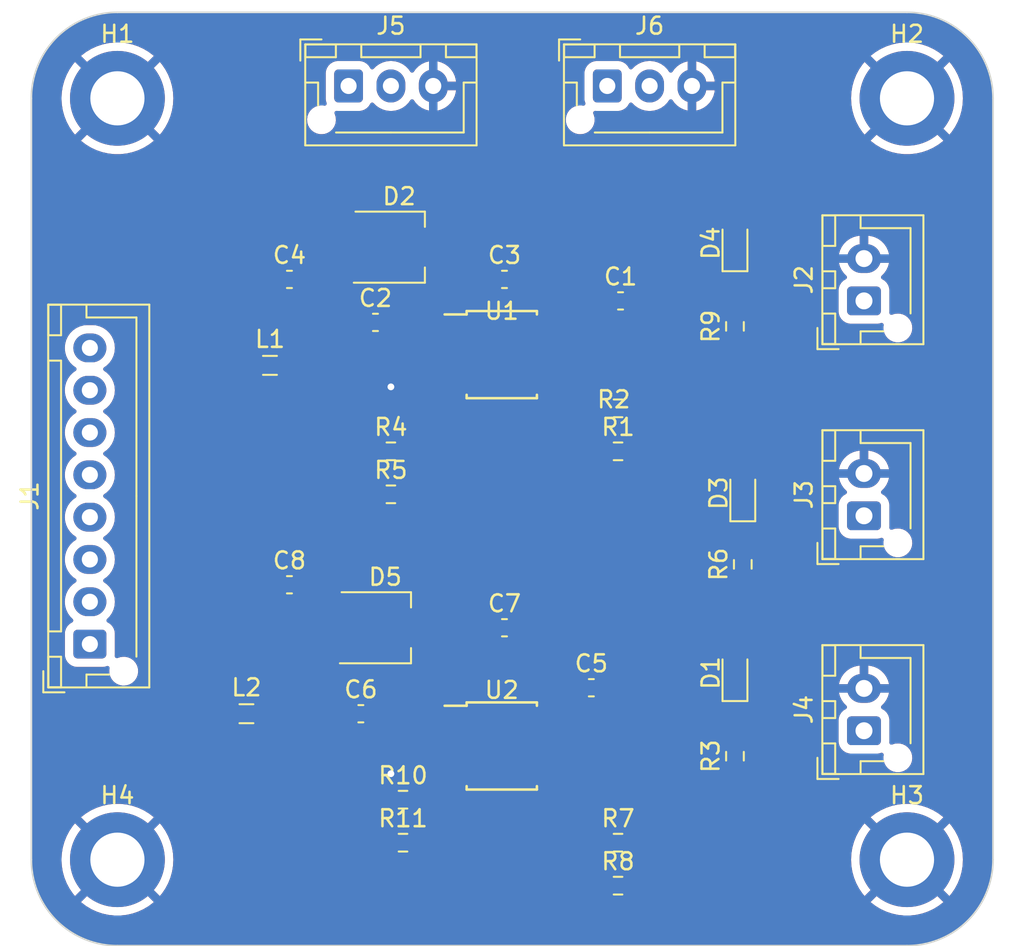
<source format=kicad_pcb>
(kicad_pcb (version 20221018) (generator pcbnew)
  (layers (0 "F.Cu" signal) (31 "B.Cu" signal) (34 "B.Paste" user) (35 "F.Paste" user) (36 "B.SilkS" user "B.Silkscreen") (37 "F.SilkS" user "F.Silkscreen") (38 "B.Mask" user) (39 "F.Mask" user) (44 "Edge.Cuts" user))
  (net 0 "")
  (net 1 "Batterie 11.1 V")
  (net 2 "GND")
  (net 3 "Net-(U1-VD)")
  (net 4 "Net-(D1-K)")
  (net 5 "Net-(U1-BST)")
  (net 6 "+3.3V")
  (net 7 "Net-(U2-VD)")
  (net 8 "Net-(D2-K)")
  (net 9 "Net-(U2-BST)")
  (net 10 "7.4V")
  (net 11 "Net-(D3-K)")
  (net 12 "Net-(D4-K)")
  (net 13 "Net-(D5-K)")
  (net 14 "11.1V")
  (net 15 "Net-(U1-ON{slash}~{OFF})")
  (net 16 "Net-(U1-FB)")
  (net 17 "Net-(U2-ON{slash}~{OFF})")
  (net 18 "Net-(U2-FB)")
  (net 27 "VCC")
  (footprint "Connector_JST:JST_XH_B3B-XH-AM_1x03_P2.50mm_Vertical" (layer "F.Cu") (at 36.5125 27.21)
    (fp_text reference "J5" (at 2.5 -3.55) (layer "F.SilkS"))
    (fp_text value "Conn_01x03")
    (fp_line (start -2.85 -2.75) (end -2.85 -1.5) (stroke (width 0.12)) (layer "F.SilkS"))
    (fp_line (start -2.56 -2.46) (end -2.56 3.51) (stroke (width 0.12)) (layer "F.SilkS"))
    (fp_line (start -2.56 3.51) (end 7.56 3.51) (stroke (width 0.12)) (layer "F.SilkS"))
    (fp_line (start -2.55 -2.45) (end -2.55 -1.7) (stroke (width 0.12)) (layer "F.SilkS"))
    (fp_line (start -2.55 -1.7) (end -0.75 -1.7) (stroke (width 0.12)) (layer "F.SilkS"))
    (fp_line (start -2.55 -0.2) (end -1.8 -0.2) (stroke (width 0.12)) (layer "F.SilkS"))
    (fp_line (start -1.8 -0.2) (end -1.8 1.14) (stroke (width 0.12)) (layer "F.SilkS"))
    (fp_line (start -1.6 -2.75) (end -2.85 -2.75) (stroke (width 0.12)) (layer "F.SilkS"))
    (fp_line (start -0.75 -2.45) (end -2.55 -2.45) (stroke (width 0.12)) (layer "F.SilkS"))
    (fp_line (start -0.75 -1.7) (end -0.75 -2.45) (stroke (width 0.12)) (layer "F.SilkS"))
    (fp_line (start 0.75 -2.45) (end 0.75 -1.7) (stroke (width 0.12)) (layer "F.SilkS"))
    (fp_line (start 0.75 -1.7) (end 4.25 -1.7) (stroke (width 0.12)) (layer "F.SilkS"))
    (fp_line (start 2.5 2.75) (end -0.74 2.75) (stroke (width 0.12)) (layer "F.SilkS"))
    (fp_line (start 4.25 -2.45) (end 0.75 -2.45) (stroke (width 0.12)) (layer "F.SilkS"))
    (fp_line (start 4.25 -1.7) (end 4.25 -2.45) (stroke (width 0.12)) (layer "F.SilkS"))
    (fp_line (start 5.75 -2.45) (end 5.75 -1.7) (stroke (width 0.12)) (layer "F.SilkS"))
    (fp_line (start 5.75 -1.7) (end 7.55 -1.7) (stroke (width 0.12)) (layer "F.SilkS"))
    (fp_line (start 6.8 -0.2) (end 6.8 2.75) (stroke (width 0.12)) (layer "F.SilkS"))
    (fp_line (start 6.8 2.75) (end 2.5 2.75) (stroke (width 0.12)) (layer "F.SilkS"))
    (fp_line (start 7.55 -2.45) (end 5.75 -2.45) (stroke (width 0.12)) (layer "F.SilkS"))
    (fp_line (start 7.55 -1.7) (end 7.55 -2.45) (stroke (width 0.12)) (layer "F.SilkS"))
    (fp_line (start 7.55 -0.2) (end 6.8 -0.2) (stroke (width 0.12)) (layer "F.SilkS"))
    (fp_line (start 7.56 -2.46) (end -2.56 -2.46) (stroke (width 0.12)) (layer "F.SilkS"))
    (fp_line (start 7.56 3.51) (end 7.56 -2.46) (stroke (width 0.12)) (layer "F.SilkS"))
    (pad "" np_thru_hole circle (at -1.6 2) (size 1.2 1.2) (drill 1.2) (layers "*.Cu" "*.Mask"))
    (pad "1" thru_hole roundrect (at 0 0) (size 1.7 1.95) (drill 0.95) (layers "*.Cu" "*.Mask") (roundrect_rratio 0.147059))
    (pad "2" thru_hole oval (at 2.5 0) (size 1.7 1.95) (drill 0.95) (layers "*.Cu" "*.Mask"))
    (pad "3" thru_hole oval (at 5 0) (size 1.7 1.95) (drill 0.95) (layers "*.Cu" "*.Mask") (net 2 "GND"))
  )
  (footprint "Capacitor_SMD:C_0603_1608Metric_Pad1.08x0.95mm_HandSolder" (layer "F.Cu") (at 50.85 62.77)
    (fp_text reference "C5" (at 0 -1.43) (layer "F.SilkS"))
    (fp_text value "47µF")
    (fp_line (start -0.146267 -0.51) (end 0.146267 -0.51) (stroke (width 0.12)) (layer "F.SilkS"))
    (fp_line (start -0.146267 0.51) (end 0.146267 0.51) (stroke (width 0.12)) (layer "F.SilkS"))
    (pad "1" smd roundrect (at -0.8625 0) (size 1.075 0.95) (layers "F.Cu" "F.Paste" "F.Mask") (net 1 "Batterie 11.1 V"))
    (pad "2" smd roundrect (at 0.8625 0) (size 1.075 0.95) (layers "F.Cu" "F.Paste" "F.Mask") (net 2 "GND"))
  )
  (footprint "Package_SO:Diodes_PSOP-8" (layer "F.Cu") (at 45.56 66.21)
    (fp_text reference "U2" (at 0 -3.3) (layer "F.SilkS"))
    (fp_text value "MAX5033DUSA+")
    (fp_line (start -2.075 -2.575) (end -2.075 -2.375) (stroke (width 0.15)) (layer "F.SilkS"))
    (fp_line (start -2.075 -2.575) (end 2.075 -2.575) (stroke (width 0.15)) (layer "F.SilkS"))
    (fp_line (start -2.075 -2.375) (end -3.375 -2.375) (stroke (width 0.15)) (layer "F.SilkS"))
    (fp_line (start -2.075 2.575) (end -2.075 2.375) (stroke (width 0.15)) (layer "F.SilkS"))
    (fp_line (start -2.075 2.575) (end 2.075 2.575) (stroke (width 0.15)) (layer "F.SilkS"))
    (fp_line (start 2.075 -2.575) (end 2.075 -2.375) (stroke (width 0.15)) (layer "F.SilkS"))
    (fp_line (start 2.075 2.575) (end 2.075 2.375) (stroke (width 0.15)) (layer "F.SilkS"))
    (pad "1" smd rect (at -2.7 -1.905) (size 1.5 0.65) (layers "F.Cu" "F.Paste" "F.Mask") (net 9 "Net-(U2-BST)"))
    (pad "2" smd rect (at -2.7 -0.635) (size 1.5 0.65) (layers "F.Cu" "F.Paste" "F.Mask") (net 7 "Net-(U2-VD)"))
    (pad "3" smd rect (at -2.7 0.635) (size 1.5 0.65) (layers "F.Cu" "F.Paste" "F.Mask") (net 2 "GND"))
    (pad "4" smd rect (at -2.7 1.905) (size 1.5 0.65) (layers "F.Cu" "F.Paste" "F.Mask") (net 18 "Net-(U2-FB)"))
    (pad "5" smd rect (at 2.7 1.905) (size 1.5 0.65) (layers "F.Cu" "F.Paste" "F.Mask") (net 17 "Net-(U2-ON{slash}~{OFF})"))
    (pad "6" smd rect (at 2.7 0.635) (size 1.5 0.65) (layers "F.Cu" "F.Paste" "F.Mask") (net 2 "GND"))
    (pad "7" smd rect (at 2.7 -0.635) (size 1.5 0.65) (layers "F.Cu" "F.Paste" "F.Mask") (net 1 "Batterie 11.1 V"))
    (pad "8" smd rect (at 2.7 -1.905) (size 1.5 0.65) (layers "F.Cu" "F.Paste" "F.Mask") (net 13 "Net-(D5-K)"))
    (pad "9" smd rect (at -0.675 -0.9) (size 1.35 1.8) (layers "F.Cu" "F.Paste" "F.Mask"))
    (pad "9" smd rect (at -0.675 0.9) (size 1.35 1.8) (layers "F.Cu" "F.Paste" "F.Mask"))
    (pad "9" smd rect (at 0.675 -0.9) (size 1.35 1.8) (layers "F.Cu" "F.Paste" "F.Mask"))
    (pad "9" smd rect (at 0.675 0.9) (size 1.35 1.8) (layers "F.Cu" "F.Paste" "F.Mask"))
  )
  (footprint "Resistor_SMD:R_0603_1608Metric_Pad0.98x0.95mm_HandSolder" (layer "F.Cu") (at 39.7275 69.385)
    (fp_text reference "R10" (at 0 -1.43) (layer "F.SilkS"))
    (fp_text value "68k")
    (fp_line (start -0.254724 -0.5225) (end 0.254724 -0.5225) (stroke (width 0.12)) (layer "F.SilkS"))
    (fp_line (start -0.254724 0.5225) (end 0.254724 0.5225) (stroke (width 0.12)) (layer "F.SilkS"))
    (pad "1" smd roundrect (at -0.9125 0) (size 0.975 0.95) (layers "F.Cu" "F.Paste" "F.Mask") (net 18 "Net-(U2-FB)"))
    (pad "2" smd roundrect (at 0.9125 0) (size 0.975 0.95) (layers "F.Cu" "F.Paste" "F.Mask") (net 13 "Net-(D5-K)"))
  )
  (footprint "MountingHole:MountingHole_3.2mm_M3_DIN965_Pad" (layer "F.Cu") (at 22.86 72.93)
    (fp_text reference "H4" (at 0 -3.8) (layer "F.SilkS"))
    (fp_text value "MountingHole_Pad")
    (pad "1" thru_hole circle (at 0 0) (size 5.6 5.6) (drill 3.2) (layers "*.Cu" "*.Mask") (net 2 "GND"))
  )
  (footprint "Capacitor_SMD:C_0603_1608Metric_Pad1.08x0.95mm_HandSolder" (layer "F.Cu") (at 45.72 38.64)
    (fp_text reference "C3" (at 0 -1.43) (layer "F.SilkS"))
    (fp_text value "0.1µF")
    (fp_line (start -0.146267 -0.51) (end 0.146267 -0.51) (stroke (width 0.12)) (layer "F.SilkS"))
    (fp_line (start -0.146267 0.51) (end 0.146267 0.51) (stroke (width 0.12)) (layer "F.SilkS"))
    (pad "1" smd roundrect (at -0.8625 0) (size 1.075 0.95) (layers "F.Cu" "F.Paste" "F.Mask") (net 8 "Net-(D2-K)"))
    (pad "2" smd roundrect (at 0.8625 0) (size 1.075 0.95) (layers "F.Cu" "F.Paste" "F.Mask") (net 5 "Net-(U1-BST)"))
  )
  (footprint "MountingHole:MountingHole_3.2mm_M3_DIN965_Pad" (layer "F.Cu") (at 69.4925 72.93)
    (fp_text reference "H3" (at 0 -3.8) (layer "F.SilkS"))
    (fp_text value "MountingHole_Pad")
    (pad "1" thru_hole circle (at 0 0) (size 5.6 5.6) (drill 3.2) (layers "*.Cu" "*.Mask") (net 2 "GND"))
  )
  (footprint "Capacitor_SMD:C_0603_1608Metric_Pad1.08x0.95mm_HandSolder" (layer "F.Cu") (at 52.575 39.91)
    (fp_text reference "C1" (at 0 -1.43) (layer "F.SilkS"))
    (fp_text value "47µF")
    (fp_line (start -0.146267 -0.51) (end 0.146267 -0.51) (stroke (width 0.12)) (layer "F.SilkS"))
    (fp_line (start -0.146267 0.51) (end 0.146267 0.51) (stroke (width 0.12)) (layer "F.SilkS"))
    (pad "1" smd roundrect (at -0.8625 0) (size 1.075 0.95) (layers "F.Cu" "F.Paste" "F.Mask") (net 1 "Batterie 11.1 V"))
    (pad "2" smd roundrect (at 0.8625 0) (size 1.075 0.95) (layers "F.Cu" "F.Paste" "F.Mask") (net 2 "GND"))
  )
  (footprint "Diode_SMD:Littelfuse_PolyZen-LS" (layer "F.Cu") (at 38.92 36.735)
    (fp_text reference "D2" (at 0.58 -3) (layer "F.SilkS"))
    (fp_text value "D_Zener")
    (fp_line (start 2.1 -2.1) (end -2 -2.1) (stroke (width 0.12)) (layer "F.SilkS"))
    (fp_line (start 2.1 -2.1) (end 2.1 -1.2) (stroke (width 0.12)) (layer "F.SilkS"))
    (fp_line (start 2.1 2.1) (end -2.1 2.1) (stroke (width 0.12)) (layer "F.SilkS"))
    (fp_line (start 2.1 2.1) (end 2.1 1.2) (stroke (width 0.12)) (layer "F.SilkS"))
    (pad "1" smd rect (at -1.72 0) (size 0.56 2.21) (layers "F.Cu" "F.Paste" "F.Mask") (net 8 "Net-(D2-K)"))
    (pad "2" smd rect (at 1.72 -0.635) (size 0.56 0.94) (layers "F.Cu" "F.Paste" "F.Mask") (net 2 "GND"))
    (pad "3" smd rect (at 1.72 0.635) (size 0.56 0.94) (layers "F.Cu" "F.Paste" "F.Mask"))
  )
  (footprint "Resistor_SMD:R_0603_1608Metric_Pad0.98x0.95mm_HandSolder" (layer "F.Cu") (at 59.3325 66.815 90)
    (fp_text reference "R3" (at 0 -1.43 90) (layer "F.SilkS"))
    (fp_text value "1k")
    (fp_line (start -0.254724 -0.5225) (end 0.254724 -0.5225) (stroke (width 0.12)) (layer "F.SilkS"))
    (fp_line (start -0.254724 0.5225) (end 0.254724 0.5225) (stroke (width 0.12)) (layer "F.SilkS"))
    (pad "1" smd roundrect (at -0.9125 0 90) (size 0.975 0.95) (layers "F.Cu" "F.Paste" "F.Mask") (net 4 "Net-(D1-K)"))
    (pad "2" smd roundrect (at 0.9125 0 90) (size 0.975 0.95) (layers "F.Cu" "F.Paste" "F.Mask") (net 2 "GND"))
  )
  (footprint "LED_SMD:LED_0603_1608Metric_Pad1.05x0.95mm_HandSolder" (layer "F.Cu") (at 59.3325 61.895 90)
    (fp_text reference "D1" (at 0 -1.43 90) (layer "F.SilkS"))
    (fp_text value "LED")
    (fp_line (start -1.66 -0.735) (end -1.66 0.735) (stroke (width 0.12)) (layer "F.SilkS"))
    (fp_line (start -1.66 0.735) (end 0.8 0.735) (stroke (width 0.12)) (layer "F.SilkS"))
    (fp_line (start 0.8 -0.735) (end -1.66 -0.735) (stroke (width 0.12)) (layer "F.SilkS"))
    (pad "1" smd roundrect (at -0.875 0 90) (size 1.05 0.95) (layers "F.Cu" "F.Paste" "F.Mask") (net 4 "Net-(D1-K)"))
    (pad "2" smd roundrect (at 0.875 0 90) (size 1.05 0.95) (layers "F.Cu" "F.Paste" "F.Mask") (net 6 "+3.3V"))
  )
  (footprint "Capacitor_SMD:C_0603_1608Metric_Pad1.08x0.95mm_HandSolder" (layer "F.Cu") (at 37.2375 64.305)
    (fp_text reference "C6" (at 0 -1.43) (layer "F.SilkS"))
    (fp_text value "0.1µF")
    (fp_line (start -0.146267 -0.51) (end 0.146267 -0.51) (stroke (width 0.12)) (layer "F.SilkS"))
    (fp_line (start -0.146267 0.51) (end 0.146267 0.51) (stroke (width 0.12)) (layer "F.SilkS"))
    (pad "1" smd roundrect (at -0.8625 0) (size 1.075 0.95) (layers "F.Cu" "F.Paste" "F.Mask") (net 7 "Net-(U2-VD)"))
    (pad "2" smd roundrect (at 0.8625 0) (size 1.075 0.95) (layers "F.Cu" "F.Paste" "F.Mask") (net 2 "GND"))
  )
  (footprint "Package_SO:Diodes_PSOP-8" (layer "F.Cu") (at 45.56 43.085)
    (fp_text reference "U1" (at 0 -2.575) (layer "F.SilkS"))
    (fp_text value "MAX5033DUSA+")
    (fp_line (start -2.075 -2.575) (end -2.075 -2.375) (stroke (width 0.15)) (layer "F.SilkS"))
    (fp_line (start -2.075 -2.575) (end 2.075 -2.575) (stroke (width 0.15)) (layer "F.SilkS"))
    (fp_line (start -2.075 -2.375) (end -3.375 -2.375) (stroke (width 0.15)) (layer "F.SilkS"))
    (fp_line (start -2.075 2.575) (end -2.075 2.375) (stroke (width 0.15)) (layer "F.SilkS"))
    (fp_line (start -2.075 2.575) (end 2.075 2.575) (stroke (width 0.15)) (layer "F.SilkS"))
    (fp_line (start 2.075 -2.575) (end 2.075 -2.375) (stroke (width 0.15)) (layer "F.SilkS"))
    (fp_line (start 2.075 2.575) (end 2.075 2.375) (stroke (width 0.15)) (layer "F.SilkS"))
    (pad "1" smd rect (at -2.7 -1.905) (size 1.5 0.65) (layers "F.Cu" "F.Paste" "F.Mask") (net 5 "Net-(U1-BST)"))
    (pad "2" smd rect (at -2.7 -0.635) (size 1.5 0.65) (layers "F.Cu" "F.Paste" "F.Mask") (net 3 "Net-(U1-VD)"))
    (pad "3" smd rect (at -2.7 0.635) (size 1.5 0.65) (layers "F.Cu" "F.Paste" "F.Mask") (net 2 "GND"))
    (pad "4" smd rect (at -2.7 1.905) (size 1.5 0.65) (layers "F.Cu" "F.Paste" "F.Mask") (net 16 "Net-(U1-FB)"))
    (pad "5" smd rect (at 2.7 1.905) (size 1.5 0.65) (layers "F.Cu" "F.Paste" "F.Mask") (net 15 "Net-(U1-ON{slash}~{OFF})"))
    (pad "6" smd rect (at 2.7 0.635) (size 1.5 0.65) (layers "F.Cu" "F.Paste" "F.Mask") (net 2 "GND"))
    (pad "7" smd rect (at 2.7 -0.635) (size 1.5 0.65) (layers "F.Cu" "F.Paste" "F.Mask") (net 1 "Batterie 11.1 V"))
    (pad "8" smd rect (at 2.7 -1.905) (size 1.5 0.65) (layers "F.Cu" "F.Paste" "F.Mask") (net 8 "Net-(D2-K)"))
    (pad "9" smd rect (at -0.675 -0.9) (size 1.35 1.8) (layers "F.Cu" "F.Paste" "F.Mask"))
    (pad "9" smd rect (at -0.675 0.9) (size 1.35 1.8) (layers "F.Cu" "F.Paste" "F.Mask"))
    (pad "9" smd rect (at 0.675 -0.9) (size 1.35 1.8) (layers "F.Cu" "F.Paste" "F.Mask"))
    (pad "9" smd rect (at 0.675 0.9) (size 1.35 1.8) (layers "F.Cu" "F.Paste" "F.Mask"))
  )
  (footprint "Resistor_SMD:R_0603_1608Metric_Pad0.98x0.95mm_HandSolder" (layer "F.Cu") (at 52.4275 71.925)
    (fp_text reference "R7" (at 0 -1.43) (layer "F.SilkS"))
    (fp_text value "R_Small")
    (fp_line (start -0.254724 -0.5225) (end 0.254724 -0.5225) (stroke (width 0.12)) (layer "F.SilkS"))
    (fp_line (start -0.254724 0.5225) (end 0.254724 0.5225) (stroke (width 0.12)) (layer "F.SilkS"))
    (pad "1" smd roundrect (at -0.9125 0) (size 0.975 0.95) (layers "F.Cu" "F.Paste" "F.Mask") (net 1 "Batterie 11.1 V"))
    (pad "2" smd roundrect (at 0.9125 0) (size 0.975 0.95) (layers "F.Cu" "F.Paste" "F.Mask") (net 17 "Net-(U2-ON{slash}~{OFF})"))
  )
  (footprint "Resistor_SMD:R_0603_1608Metric_Pad0.98x0.95mm_HandSolder" (layer "F.Cu") (at 52.4275 48.8)
    (fp_text reference "R1" (at 0 -1.43) (layer "F.SilkS"))
    (fp_text value "R_Small")
    (fp_line (start -0.254724 -0.5225) (end 0.254724 -0.5225) (stroke (width 0.12)) (layer "F.SilkS"))
    (fp_line (start -0.254724 0.5225) (end 0.254724 0.5225) (stroke (width 0.12)) (layer "F.SilkS"))
    (pad "1" smd roundrect (at -0.9125 0) (size 0.975 0.95) (layers "F.Cu" "F.Paste" "F.Mask") (net 1 "Batterie 11.1 V"))
    (pad "2" smd roundrect (at 0.9125 0) (size 0.975 0.95) (layers "F.Cu" "F.Paste" "F.Mask") (net 15 "Net-(U1-ON{slash}~{OFF})"))
  )
  (footprint "MountingHole:MountingHole_3.2mm_M3_DIN965_Pad" (layer "F.Cu") (at 22.86 27.94)
    (fp_text reference "H1" (at 0 -3.8) (layer "F.SilkS"))
    (fp_text value "MountingHole_Pad")
    (pad "1" thru_hole circle (at 0 0) (size 5.6 5.6) (drill 3.2) (layers "*.Cu" "*.Mask") (net 2 "GND"))
  )
  (footprint "Capacitor_SMD:C_0603_1608Metric_Pad1.08x0.95mm_HandSolder" (layer "F.Cu") (at 33.02 38.64)
    (fp_text reference "C4" (at 0 -1.43) (layer "F.SilkS"))
    (fp_text value "33µF")
    (fp_line (start -0.146267 -0.51) (end 0.146267 -0.51) (stroke (width 0.12)) (layer "F.SilkS"))
    (fp_line (start -0.146267 0.51) (end 0.146267 0.51) (stroke (width 0.12)) (layer "F.SilkS"))
    (pad "1" smd roundrect (at -0.8625 0) (size 1.075 0.95) (layers "F.Cu" "F.Paste" "F.Mask") (net 6 "+3.3V"))
    (pad "2" smd roundrect (at 0.8625 0) (size 1.075 0.95) (layers "F.Cu" "F.Paste" "F.Mask") (net 2 "GND"))
  )
  (footprint "Capacitor_SMD:C_0603_1608Metric_Pad1.08x0.95mm_HandSolder" (layer "F.Cu") (at 38.1 41.18)
    (fp_text reference "C2" (at 0 -1.43) (layer "F.SilkS"))
    (fp_text value "0.1µF")
    (fp_line (start -0.146267 -0.51) (end 0.146267 -0.51) (stroke (width 0.12)) (layer "F.SilkS"))
    (fp_line (start -0.146267 0.51) (end 0.146267 0.51) (stroke (width 0.12)) (layer "F.SilkS"))
    (pad "1" smd roundrect (at -0.8625 0) (size 1.075 0.95) (layers "F.Cu" "F.Paste" "F.Mask") (net 3 "Net-(U1-VD)"))
    (pad "2" smd roundrect (at 0.8625 0) (size 1.075 0.95) (layers "F.Cu" "F.Paste" "F.Mask") (net 2 "GND"))
  )
  (footprint "Resistor_SMD:R_0603_1608Metric_Pad0.98x0.95mm_HandSolder" (layer "F.Cu") (at 39.7275 71.925)
    (fp_text reference "R11" (at 0 -1.43) (layer "F.SilkS"))
    (fp_text value "12k")
    (fp_line (start -0.254724 -0.5225) (end 0.254724 -0.5225) (stroke (width 0.12)) (layer "F.SilkS"))
    (fp_line (start -0.254724 0.5225) (end 0.254724 0.5225) (stroke (width 0.12)) (layer "F.SilkS"))
    (pad "1" smd roundrect (at -0.9125 0) (size 0.975 0.95) (layers "F.Cu" "F.Paste" "F.Mask") (net 2 "GND"))
    (pad "2" smd roundrect (at 0.9125 0) (size 0.975 0.95) (layers "F.Cu" "F.Paste" "F.Mask") (net 18 "Net-(U2-FB)"))
  )
  (footprint "Capacitor_SMD:C_0603_1608Metric_Pad1.08x0.95mm_HandSolder" (layer "F.Cu") (at 45.72 59.225)
    (fp_text reference "C7" (at 0 -1.43) (layer "F.SilkS"))
    (fp_text value "0.1µF")
    (fp_line (start -0.146267 -0.51) (end 0.146267 -0.51) (stroke (width 0.12)) (layer "F.SilkS"))
    (fp_line (start -0.146267 0.51) (end 0.146267 0.51) (stroke (width 0.12)) (layer "F.SilkS"))
    (pad "1" smd roundrect (at -0.8625 0) (size 1.075 0.95) (layers "F.Cu" "F.Paste" "F.Mask") (net 13 "Net-(D5-K)"))
    (pad "2" smd roundrect (at 0.8625 0) (size 1.075 0.95) (layers "F.Cu" "F.Paste" "F.Mask") (net 9 "Net-(U2-BST)"))
  )
  (footprint "LED_SMD:LED_0603_1608Metric_Pad1.05x0.95mm_HandSolder" (layer "F.Cu") (at 59.795 51.2725 90)
    (fp_text reference "D3" (at 0 -1.43 90) (layer "F.SilkS"))
    (fp_text value "LED")
    (fp_line (start -1.66 -0.735) (end -1.66 0.735) (stroke (width 0.12)) (layer "F.SilkS"))
    (fp_line (start -1.66 0.735) (end 0.8 0.735) (stroke (width 0.12)) (layer "F.SilkS"))
    (fp_line (start 0.8 -0.735) (end -1.66 -0.735) (stroke (width 0.12)) (layer "F.SilkS"))
    (pad "1" smd roundrect (at -0.875 0 90) (size 1.05 0.95) (layers "F.Cu" "F.Paste" "F.Mask") (net 11 "Net-(D3-K)"))
    (pad "2" smd roundrect (at 0.875 0 90) (size 1.05 0.95) (layers "F.Cu" "F.Paste" "F.Mask") (net 10 "7.4V"))
  )
  (footprint "Connector_JST:JST_XH_B3B-XH-AM_1x03_P2.50mm_Vertical" (layer "F.Cu") (at 51.7925 27.21)
    (fp_text reference "J6" (at 2.5 -3.55) (layer "F.SilkS"))
    (fp_text value "Conn_01x03")
    (fp_line (start -2.85 -2.75) (end -2.85 -1.5) (stroke (width 0.12)) (layer "F.SilkS"))
    (fp_line (start -2.56 -2.46) (end -2.56 3.51) (stroke (width 0.12)) (layer "F.SilkS"))
    (fp_line (start -2.56 3.51) (end 7.56 3.51) (stroke (width 0.12)) (layer "F.SilkS"))
    (fp_line (start -2.55 -2.45) (end -2.55 -1.7) (stroke (width 0.12)) (layer "F.SilkS"))
    (fp_line (start -2.55 -1.7) (end -0.75 -1.7) (stroke (width 0.12)) (layer "F.SilkS"))
    (fp_line (start -2.55 -0.2) (end -1.8 -0.2) (stroke (width 0.12)) (layer "F.SilkS"))
    (fp_line (start -1.8 -0.2) (end -1.8 1.14) (stroke (width 0.12)) (layer "F.SilkS"))
    (fp_line (start -1.6 -2.75) (end -2.85 -2.75) (stroke (width 0.12)) (layer "F.SilkS"))
    (fp_line (start -0.75 -2.45) (end -2.55 -2.45) (stroke (width 0.12)) (layer "F.SilkS"))
    (fp_line (start -0.75 -1.7) (end -0.75 -2.45) (stroke (width 0.12)) (layer "F.SilkS"))
    (fp_line (start 0.75 -2.45) (end 0.75 -1.7) (stroke (width 0.12)) (layer "F.SilkS"))
    (fp_line (start 0.75 -1.7) (end 4.25 -1.7) (stroke (width 0.12)) (layer "F.SilkS"))
    (fp_line (start 2.5 2.75) (end -0.74 2.75) (stroke (width 0.12)) (layer "F.SilkS"))
    (fp_line (start 4.25 -2.45) (end 0.75 -2.45) (stroke (width 0.12)) (layer "F.SilkS"))
    (fp_line (start 4.25 -1.7) (end 4.25 -2.45) (stroke (width 0.12)) (layer "F.SilkS"))
    (fp_line (start 5.75 -2.45) (end 5.75 -1.7) (stroke (width 0.12)) (layer "F.SilkS"))
    (fp_line (start 5.75 -1.7) (end 7.55 -1.7) (stroke (width 0.12)) (layer "F.SilkS"))
    (fp_line (start 6.8 -0.2) (end 6.8 2.75) (stroke (width 0.12)) (layer "F.SilkS"))
    (fp_line (start 6.8 2.75) (end 2.5 2.75) (stroke (width 0.12)) (layer "F.SilkS"))
    (fp_line (start 7.55 -2.45) (end 5.75 -2.45) (stroke (width 0.12)) (layer "F.SilkS"))
    (fp_line (start 7.55 -1.7) (end 7.55 -2.45) (stroke (width 0.12)) (layer "F.SilkS"))
    (fp_line (start 7.55 -0.2) (end 6.8 -0.2) (stroke (width 0.12)) (layer "F.SilkS"))
    (fp_line (start 7.56 -2.46) (end -2.56 -2.46) (stroke (width 0.12)) (layer "F.SilkS"))
    (fp_line (start 7.56 3.51) (end 7.56 -2.46) (stroke (width 0.12)) (layer "F.SilkS"))
    (pad "" np_thru_hole circle (at -1.6 2) (size 1.2 1.2) (drill 1.2) (layers "*.Cu" "*.Mask"))
    (pad "1" thru_hole roundrect (at 0 0) (size 1.7 1.95) (drill 0.95) (layers "*.Cu" "*.Mask") (roundrect_rratio 0.147059))
    (pad "2" thru_hole oval (at 2.5 0) (size 1.7 1.95) (drill 0.95) (layers "*.Cu" "*.Mask"))
    (pad "3" thru_hole oval (at 5 0) (size 1.7 1.95) (drill 0.95) (layers "*.Cu" "*.Mask") (net 2 "GND"))
  )
  (footprint "Connector_JST:JST_XH_B8B-XH-AM_1x08_P2.50mm_Vertical" (layer "F.Cu") (at 21.2325 60.19 90)
    (fp_text reference "J1" (at 8.75 -3.55 90) (layer "F.SilkS"))
    (fp_text value "Conn_01x08")
    (fp_line (start -2.85 -2.75) (end -2.85 -1.5) (stroke (width 0.12)) (layer "F.SilkS"))
    (fp_line (start -2.56 -2.46) (end -2.56 3.51) (stroke (width 0.12)) (layer "F.SilkS"))
    (fp_line (start -2.56 3.51) (end 20.06 3.51) (stroke (width 0.12)) (layer "F.SilkS"))
    (fp_line (start -2.55 -2.45) (end -2.55 -1.7) (stroke (width 0.12)) (layer "F.SilkS"))
    (fp_line (start -2.55 -1.7) (end -0.75 -1.7) (stroke (width 0.12)) (layer "F.SilkS"))
    (fp_line (start -2.55 -0.2) (end -1.8 -0.2) (stroke (width 0.12)) (layer "F.SilkS"))
    (fp_line (start -1.8 -0.2) (end -1.8 1.14) (stroke (width 0.12)) (layer "F.SilkS"))
    (fp_line (start -1.6 -2.75) (end -2.85 -2.75) (stroke (width 0.12)) (layer "F.SilkS"))
    (fp_line (start -0.75 -2.45) (end -2.55 -2.45) (stroke (width 0.12)) (layer "F.SilkS"))
    (fp_line (start -0.75 -1.7) (end -0.75 -2.45) (stroke (width 0.12)) (layer "F.SilkS"))
    (fp_line (start 0.75 -2.45) (end 0.75 -1.7) (stroke (width 0.12)) (layer "F.SilkS"))
    (fp_line (start 0.75 -1.7) (end 16.75 -1.7) (stroke (width 0.12)) (layer "F.SilkS"))
    (fp_line (start 8.75 2.75) (end -0.74 2.75) (stroke (width 0.12)) (layer "F.SilkS"))
    (fp_line (start 16.75 -2.45) (end 0.75 -2.45) (stroke (width 0.12)) (layer "F.SilkS"))
    (fp_line (start 16.75 -1.7) (end 16.75 -2.45) (stroke (width 0.12)) (layer "F.SilkS"))
    (fp_line (start 18.25 -2.45) (end 18.25 -1.7) (stroke (width 0.12)) (layer "F.SilkS"))
    (fp_line (start 18.25 -1.7) (end 20.05 -1.7) (stroke (width 0.12)) (layer "F.SilkS"))
    (fp_line (start 19.3 -0.2) (end 19.3 2.75) (stroke (width 0.12)) (layer "F.SilkS"))
    (fp_line (start 19.3 2.75) (end 8.75 2.75) (stroke (width 0.12)) (layer "F.SilkS"))
    (fp_line (start 20.05 -2.45) (end 18.25 -2.45) (stroke (width 0.12)) (layer "F.SilkS"))
    (fp_line (start 20.05 -1.7) (end 20.05 -2.45) (stroke (width 0.12)) (layer "F.SilkS"))
    (fp_line (start 20.05 -0.2) (end 19.3 -0.2) (stroke (width 0.12)) (layer "F.SilkS"))
    (fp_line (start 20.06 -2.46) (end -2.56 -2.46) (stroke (width 0.12)) (layer "F.SilkS"))
    (fp_line (start 20.06 3.51) (end 20.06 -2.46) (stroke (width 0.12)) (layer "F.SilkS"))
    (pad "" np_thru_hole circle (at -1.6 2 90) (size 1.2 1.2) (drill 1.2) (layers "*.Cu" "*.Mask"))
    (pad "1" thru_hole roundrect (at 0 0 90) (size 1.7 1.95) (drill 0.95) (layers "*.Cu" "*.Mask") (roundrect_rratio 0.147059))
    (pad "2" thru_hole oval (at 2.5 0 90) (size 1.7 1.95) (drill 0.95) (layers "*.Cu" "*.Mask"))
    (pad "3" thru_hole oval (at 5 0 90) (size 1.7 1.95) (drill 0.95) (layers "*.Cu" "*.Mask"))
    (pad "4" thru_hole oval (at 7.5 0 90) (size 1.7 1.95) (drill 0.95) (layers "*.Cu" "*.Mask"))
    (pad "5" thru_hole oval (at 10 0 90) (size 1.7 1.95) (drill 0.95) (layers "*.Cu" "*.Mask"))
    (pad "6" thru_hole oval (at 12.5 0 90) (size 1.7 1.95) (drill 0.95) (layers "*.Cu" "*.Mask"))
    (pad "7" thru_hole oval (at 15 0 90) (size 1.7 1.95) (drill 0.95) (layers "*.Cu" "*.Mask"))
    (pad "8" thru_hole oval (at 17.5 0 90) (size 1.7 1.95) (drill 0.95) (layers "*.Cu" "*.Mask"))
  )
  (footprint "Connector_JST:JST_XH_B2B-XH-AM_1x02_P2.50mm_Vertical" (layer "F.Cu") (at 66.9525 39.91 90)
    (fp_text reference "J2" (at 1.25 -3.55 90) (layer "F.SilkS"))
    (fp_text value "Conn_01x02")
    (fp_line (start -2.85 -2.75) (end -2.85 -1.5) (stroke (width 0.12)) (layer "F.SilkS"))
    (fp_line (start -2.56 -2.46) (end -2.56 3.51) (stroke (width 0.12)) (layer "F.SilkS"))
    (fp_line (start -2.56 3.51) (end 5.06 3.51) (stroke (width 0.12)) (layer "F.SilkS"))
    (fp_line (start -2.55 -2.45) (end -2.55 -1.7) (stroke (width 0.12)) (layer "F.SilkS"))
    (fp_line (start -2.55 -1.7) (end -0.75 -1.7) (stroke (width 0.12)) (layer "F.SilkS"))
    (fp_line (start -2.55 -0.2) (end -1.8 -0.2) (stroke (width 0.12)) (layer "F.SilkS"))
    (fp_line (start -1.8 -0.2) (end -1.8 1.14) (stroke (width 0.12)) (layer "F.SilkS"))
    (fp_line (start -1.6 -2.75) (end -2.85 -2.75) (stroke (width 0.12)) (layer "F.SilkS"))
    (fp_line (start -0.75 -2.45) (end -2.55 -2.45) (stroke (width 0.12)) (layer "F.SilkS"))
    (fp_line (start -0.75 -1.7) (end -0.75 -2.45) (stroke (width 0.12)) (layer "F.SilkS"))
    (fp_line (start 0.75 -2.45) (end 0.75 -1.7) (stroke (width 0.12)) (layer "F.SilkS"))
    (fp_line (start 0.75 -1.7) (end 1.75 -1.7) (stroke (width 0.12)) (layer "F.SilkS"))
    (fp_line (start 1.25 2.75) (end -0.74 2.75) (stroke (width 0.12)) (layer "F.SilkS"))
    (fp_line (start 1.75 -2.45) (end 0.75 -2.45) (stroke (width 0.12)) (layer "F.SilkS"))
    (fp_line (start 1.75 -1.7) (end 1.75 -2.45) (stroke (width 0.12)) (layer "F.SilkS"))
    (fp_line (start 3.25 -2.45) (end 3.25 -1.7) (stroke (width 0.12)) (layer "F.SilkS"))
    (fp_line (start 3.25 -1.7) (end 5.05 -1.7) (stroke (width 0.12)) (layer "F.SilkS"))
    (fp_line (start 4.3 -0.2) (end 4.3 2.75) (stroke (width 0.12)) (layer "F.SilkS"))
    (fp_line (start 4.3 2.75) (end 1.25 2.75) (stroke (width 0.12)) (layer "F.SilkS"))
    (fp_line (start 5.05 -2.45) (end 3.25 -2.45) (stroke (width 0.12)) (layer "F.SilkS"))
    (fp_line (start 5.05 -1.7) (end 5.05 -2.45) (stroke (width 0.12)) (layer "F.SilkS"))
    (fp_line (start 5.05 -0.2) (end 4.3 -0.2) (stroke (width 0.12)) (layer "F.SilkS"))
    (fp_line (start 5.06 -2.46) (end -2.56 -2.46) (stroke (width 0.12)) (layer "F.SilkS"))
    (fp_line (start 5.06 3.51) (end 5.06 -2.46) (stroke (width 0.12)) (layer "F.SilkS"))
    (pad "" np_thru_hole circle (at -1.6 2 90) (size 1.2 1.2) (drill 1.2) (layers "*.Cu" "*.Mask"))
    (pad "1" thru_hole roundrect (at 0 0 90) (size 1.7 2) (drill 1) (layers "*.Cu" "*.Mask") (roundrect_rratio 0.147059) (net 27 "VCC"))
    (pad "2" thru_hole oval (at 2.5 0 90) (size 1.7 2) (drill 1) (layers "*.Cu" "*.Mask") (net 2 "GND"))
  )
  (footprint "Connector_JST:JST_XH_B2B-XH-AM_1x02_P2.50mm_Vertical" (layer "F.Cu") (at 66.9525 65.31 90)
    (fp_text reference "J4" (at 1.25 -3.55 90) (layer "F.SilkS"))
    (fp_text value "Conn_01x02")
    (fp_line (start -2.85 -2.75) (end -2.85 -1.5) (stroke (width 0.12)) (layer "F.SilkS"))
    (fp_line (start -2.56 -2.46) (end -2.56 3.51) (stroke (width 0.12)) (layer "F.SilkS"))
    (fp_line (start -2.56 3.51) (end 5.06 3.51) (stroke (width 0.12)) (layer "F.SilkS"))
    (fp_line (start -2.55 -2.45) (end -2.55 -1.7) (stroke (width 0.12)) (layer "F.SilkS"))
    (fp_line (start -2.55 -1.7) (end -0.75 -1.7) (stroke (width 0.12)) (layer "F.SilkS"))
    (fp_line (start -2.55 -0.2) (end -1.8 -0.2) (stroke (width 0.12)) (layer "F.SilkS"))
    (fp_line (start -1.8 -0.2) (end -1.8 1.14) (stroke (width 0.12)) (layer "F.SilkS"))
    (fp_line (start -1.6 -2.75) (end -2.85 -2.75) (stroke (width 0.12)) (layer "F.SilkS"))
    (fp_line (start -0.75 -2.45) (end -2.55 -2.45) (stroke (width 0.12)) (layer "F.SilkS"))
    (fp_line (start -0.75 -1.7) (end -0.75 -2.45) (stroke (width 0.12)) (layer "F.SilkS"))
    (fp_line (start 0.75 -2.45) (end 0.75 -1.7) (stroke (width 0.12)) (layer "F.SilkS"))
    (fp_line (start 0.75 -1.7) (end 1.75 -1.7) (stroke (width 0.12)) (layer "F.SilkS"))
    (fp_line (start 1.25 2.75) (end -0.74 2.75) (stroke (width 0.12)) (layer "F.SilkS"))
    (fp_line (start 1.75 -2.45) (end 0.75 -2.45) (stroke (width 0.12)) (layer "F.SilkS"))
    (fp_line (start 1.75 -1.7) (end 1.75 -2.45) (stroke (width 0.12)) (layer "F.SilkS"))
    (fp_line (start 3.25 -2.45) (end 3.25 -1.7) (stroke (width 0.12)) (layer "F.SilkS"))
    (fp_line (start 3.25 -1.7) (end 5.05 -1.7) (stroke (width 0.12)) (layer "F.SilkS"))
    (fp_line (start 4.3 -0.2) (end 4.3 2.75) (stroke (width 0.12)) (layer "F.SilkS"))
    (fp_line (start 4.3 2.75) (end 1.25 2.75) (stroke (width 0.12)) (layer "F.SilkS"))
    (fp_line (start 5.05 -2.45) (end 3.25 -2.45) (stroke (width 0.12)) (layer "F.SilkS"))
    (fp_line (start 5.05 -1.7) (end 5.05 -2.45) (stroke (width 0.12)) (layer "F.SilkS"))
    (fp_line (start 5.05 -0.2) (end 4.3 -0.2) (stroke (width 0.12)) (layer "F.SilkS"))
    (fp_line (start 5.06 -2.46) (end -2.56 -2.46) (stroke (width 0.12)) (layer "F.SilkS"))
    (fp_line (start 5.06 3.51) (end 5.06 -2.46) (stroke (width 0.12)) (layer "F.SilkS"))
    (pad "" np_thru_hole circle (at -1.6 2 90) (size 1.2 1.2) (drill 1.2) (layers "*.Cu" "*.Mask"))
    (pad "1" thru_hole roundrect (at 0 0 90) (size 1.7 2) (drill 1) (layers "*.Cu" "*.Mask") (roundrect_rratio 0.147059) (net 27 "VCC"))
    (pad "2" thru_hole oval (at 2.5 0 90) (size 1.7 2) (drill 1) (layers "*.Cu" "*.Mask") (net 2 "GND"))
  )
  (footprint "Inductor_SMD:L_0805_2012Metric_Pad1.05x1.20mm_HandSolder" (layer "F.Cu") (at 31.87 43.72)
    (fp_text reference "L1" (at 0 -1.55) (layer "F.SilkS"))
    (fp_text value "220µH")
    (fp_line (start -0.410242 -0.56) (end 0.410242 -0.56) (stroke (width 0.12)) (layer "F.SilkS"))
    (fp_line (start -0.410242 0.56) (end 0.410242 0.56) (stroke (width 0.12)) (layer "F.SilkS"))
    (pad "1" smd roundrect (at -1.15 0) (size 1.05 1.2) (layers "F.Cu" "F.Paste" "F.Mask") (roundrect_rratio 0.238095) (net 8 "Net-(D2-K)"))
    (pad "2" smd roundrect (at 1.15 0) (size 1.05 1.2) (layers "F.Cu" "F.Paste" "F.Mask") (roundrect_rratio 0.238095) (net 6 "+3.3V"))
  )
  (footprint "Inductor_SMD:L_0805_2012Metric_Pad1.05x1.20mm_HandSolder" (layer "F.Cu") (at 30.48 64.305)
    (fp_text reference "L2" (at 0 -1.55) (layer "F.SilkS"))
    (fp_text value "220µH")
    (fp_line (start -0.410242 -0.56) (end 0.410242 -0.56) (stroke (width 0.12)) (layer "F.SilkS"))
    (fp_line (start -0.410242 0.56) (end 0.410242 0.56) (stroke (width 0.12)) (layer "F.SilkS"))
    (pad "1" smd roundrect (at -1.15 0) (size 1.05 1.2) (layers "F.Cu" "F.Paste" "F.Mask") (roundrect_rratio 0.238095) (net 13 "Net-(D5-K)"))
    (pad "2" smd roundrect (at 1.15 0) (size 1.05 1.2) (layers "F.Cu" "F.Paste" "F.Mask") (roundrect_rratio 0.238095) (net 10 "7.4V"))
  )
  (footprint "LED_SMD:LED_0603_1608Metric_Pad1.05x0.95mm_HandSolder" (layer "F.Cu") (at 59.3325 36.495 90)
    (fp_text reference "D4" (at 0 -1.43 90) (layer "F.SilkS"))
    (fp_text value "LED")
    (fp_line (start -1.66 -0.735) (end -1.66 0.735) (stroke (width 0.12)) (layer "F.SilkS"))
    (fp_line (start -1.66 0.735) (end 0.8 0.735) (stroke (width 0.12)) (layer "F.SilkS"))
    (fp_line (start 0.8 -0.735) (end -1.66 -0.735) (stroke (width 0.12)) (layer "F.SilkS"))
    (pad "1" smd roundrect (at -0.875 0 90) (size 1.05 0.95) (layers "F.Cu" "F.Paste" "F.Mask") (net 12 "Net-(D4-K)"))
    (pad "2" smd roundrect (at 0.875 0 90) (size 1.05 0.95) (layers "F.Cu" "F.Paste" "F.Mask") (net 14 "11.1V"))
  )
  (footprint "Resistor_SMD:R_0603_1608Metric_Pad0.98x0.95mm_HandSolder" (layer "F.Cu") (at 52.4275 74.465)
    (fp_text reference "R8" (at 0 -1.43) (layer "F.SilkS"))
    (fp_text value "R_Small")
    (fp_line (start -0.254724 -0.5225) (end 0.254724 -0.5225) (stroke (width 0.12)) (layer "F.SilkS"))
    (fp_line (start -0.254724 0.5225) (end 0.254724 0.5225) (stroke (width 0.12)) (layer "F.SilkS"))
    (pad "1" smd roundrect (at -0.9125 0) (size 0.975 0.95) (layers "F.Cu" "F.Paste" "F.Mask") (net 17 "Net-(U2-ON{slash}~{OFF})"))
    (pad "2" smd roundrect (at 0.9125 0) (size 0.975 0.95) (layers "F.Cu" "F.Paste" "F.Mask") (net 2 "GND"))
  )
  (footprint "Capacitor_SMD:C_0603_1608Metric_Pad1.08x0.95mm_HandSolder" (layer "F.Cu") (at 33.02 56.685)
    (fp_text reference "C8" (at 0 -1.43) (layer "F.SilkS"))
    (fp_text value "33µF")
    (fp_line (start -0.146267 -0.51) (end 0.146267 -0.51) (stroke (width 0.12)) (layer "F.SilkS"))
    (fp_line (start -0.146267 0.51) (end 0.146267 0.51) (stroke (width 0.12)) (layer "F.SilkS"))
    (pad "1" smd roundrect (at -0.8625 0) (size 1.075 0.95) (layers "F.Cu" "F.Paste" "F.Mask") (net 10 "7.4V"))
    (pad "2" smd roundrect (at 0.8625 0) (size 1.075 0.95) (layers "F.Cu" "F.Paste" "F.Mask") (net 2 "GND"))
  )
  (footprint "Resistor_SMD:R_0603_1608Metric_Pad0.98x0.95mm_HandSolder" (layer "F.Cu") (at 52.4275 46.26)
    (fp_text reference "R2" (at -0.254724 -0.5225) (layer "F.SilkS"))
    (fp_text value "R_Small")
    (fp_line (start -0.254724 -0.5225) (end 0.254724 -0.5225) (stroke (width 0.12)) (layer "F.SilkS"))
    (fp_line (start -0.254724 0.5225) (end 0.254724 0.5225) (stroke (width 0.12)) (layer "F.SilkS"))
    (pad "1" smd roundrect (at -0.9125 0) (size 0.975 0.95) (layers "F.Cu" "F.Paste" "F.Mask") (net 15 "Net-(U1-ON{slash}~{OFF})"))
    (pad "2" smd roundrect (at 0.9125 0) (size 0.975 0.95) (layers "F.Cu" "F.Paste" "F.Mask") (net 2 "GND"))
  )
  (footprint "Resistor_SMD:R_0603_1608Metric_Pad0.98x0.95mm_HandSolder" (layer "F.Cu") (at 59.795 55.4775 90)
    (fp_text reference "R6" (at 0 -1.43 90) (layer "F.SilkS"))
    (fp_text value "1k")
    (fp_line (start -0.254724 -0.5225) (end 0.254724 -0.5225) (stroke (width 0.12)) (layer "F.SilkS"))
    (fp_line (start -0.254724 0.5225) (end 0.254724 0.5225) (stroke (width 0.12)) (layer "F.SilkS"))
    (pad "1" smd roundrect (at -0.9125 0 90) (size 0.975 0.95) (layers "F.Cu" "F.Paste" "F.Mask") (net 11 "Net-(D3-K)"))
    (pad "2" smd roundrect (at 0.9125 0 90) (size 0.975 0.95) (layers "F.Cu" "F.Paste" "F.Mask") (net 2 "GND"))
  )
  (footprint "Resistor_SMD:R_0603_1608Metric_Pad0.98x0.95mm_HandSolder" (layer "F.Cu") (at 39.0125 51.34)
    (fp_text reference "R5" (at 0 -1.43) (layer "F.SilkS"))
    (fp_text value "12k")
    (fp_line (start -0.254724 -0.5225) (end 0.254724 -0.5225) (stroke (width 0.12)) (layer "F.SilkS"))
    (fp_line (start -0.254724 0.5225) (end 0.254724 0.5225) (stroke (width 0.12)) (layer "F.SilkS"))
    (pad "1" smd roundrect (at -0.9125 0) (size 0.975 0.95) (layers "F.Cu" "F.Paste" "F.Mask") (net 2 "GND"))
    (pad "2" smd roundrect (at 0.9125 0) (size 0.975 0.95) (layers "F.Cu" "F.Paste" "F.Mask") (net 16 "Net-(U1-FB)"))
  )
  (footprint "MountingHole:MountingHole_3.2mm_M3_DIN965_Pad" (layer "F.Cu") (at 69.4925 27.94)
    (fp_text reference "H2" (at 0 -3.8) (layer "F.SilkS"))
    (fp_text value "MountingHole_Pad")
    (pad "1" thru_hole circle (at 0 0) (size 5.6 5.6) (drill 3.2) (layers "*.Cu" "*.Mask") (net 2 "GND"))
  )
  (footprint "Diode_SMD:Littelfuse_PolyZen-LS" (layer "F.Cu") (at 38.1 59.225)
    (fp_text reference "D5" (at 0.58 -3) (layer "F.SilkS"))
    (fp_text value "D_Zener")
    (fp_line (start 2.1 -2.1) (end -2 -2.1) (stroke (width 0.12)) (layer "F.SilkS"))
    (fp_line (start 2.1 -2.1) (end 2.1 -1.2) (stroke (width 0.12)) (layer "F.SilkS"))
    (fp_line (start 2.1 2.1) (end -2.1 2.1) (stroke (width 0.12)) (layer "F.SilkS"))
    (fp_line (start 2.1 2.1) (end 2.1 1.2) (stroke (width 0.12)) (layer "F.SilkS"))
    (pad "1" smd rect (at -1.72 0) (size 0.56 2.21) (layers "F.Cu" "F.Paste" "F.Mask") (net 13 "Net-(D5-K)"))
    (pad "2" smd rect (at 1.72 -0.635) (size 0.56 0.94) (layers "F.Cu" "F.Paste" "F.Mask") (net 2 "GND"))
    (pad "3" smd rect (at 1.72 0.635) (size 0.56 0.94) (layers "F.Cu" "F.Paste" "F.Mask"))
  )
  (footprint "Connector_JST:JST_XH_B2B-XH-AM_1x02_P2.50mm_Vertical" (layer "F.Cu") (at 66.9525 52.61 90)
    (fp_text reference "J3" (at 1.25 -3.55 90) (layer "F.SilkS"))
    (fp_text value "Conn_01x02")
    (fp_line (start -2.85 -2.75) (end -2.85 -1.5) (stroke (width 0.12)) (layer "F.SilkS"))
    (fp_line (start -2.56 -2.46) (end -2.56 3.51) (stroke (width 0.12)) (layer "F.SilkS"))
    (fp_line (start -2.56 3.51) (end 5.06 3.51) (stroke (width 0.12)) (layer "F.SilkS"))
    (fp_line (start -2.55 -2.45) (end -2.55 -1.7) (stroke (width 0.12)) (layer "F.SilkS"))
    (fp_line (start -2.55 -1.7) (end -0.75 -1.7) (stroke (width 0.12)) (layer "F.SilkS"))
    (fp_line (start -2.55 -0.2) (end -1.8 -0.2) (stroke (width 0.12)) (layer "F.SilkS"))
    (fp_line (start -1.8 -0.2) (end -1.8 1.14) (stroke (width 0.12)) (layer "F.SilkS"))
    (fp_line (start -1.6 -2.75) (end -2.85 -2.75) (stroke (width 0.12)) (layer "F.SilkS"))
    (fp_line (start -0.75 -2.45) (end -2.55 -2.45) (stroke (width 0.12)) (layer "F.SilkS"))
    (fp_line (start -0.75 -1.7) (end -0.75 -2.45) (stroke (width 0.12)) (layer "F.SilkS"))
    (fp_line (start 0.75 -2.45) (end 0.75 -1.7) (stroke (width 0.12)) (layer "F.SilkS"))
    (fp_line (start 0.75 -1.7) (end 1.75 -1.7) (stroke (width 0.12)) (layer "F.SilkS"))
    (fp_line (start 1.25 2.75) (end -0.74 2.75) (stroke (width 0.12)) (layer "F.SilkS"))
    (fp_line (start 1.75 -2.45) (end 0.75 -2.45) (stroke (width 0.12)) (layer "F.SilkS"))
    (fp_line (start 1.75 -1.7) (end 1.75 -2.45) (stroke (width 0.12)) (layer "F.SilkS"))
    (fp_line (start 3.25 -2.45) (end 3.25 -1.7) (stroke (width 0.12)) (layer "F.SilkS"))
    (fp_line (start 3.25 -1.7) (end 5.05 -1.7) (stroke (width 0.12)) (layer "F.SilkS"))
    (fp_line (start 4.3 -0.2) (end 4.3 2.75) (stroke (width 0.12)) (layer "F.SilkS"))
    (fp_line (start 4.3 2.75) (end 1.25 2.75) (stroke (width 0.12)) (layer "F.SilkS"))
    (fp_line (start 5.05 -2.45) (end 3.25 -2.45) (stroke (width 0.12)) (layer "F.SilkS"))
    (fp_line (start 5.05 -1.7) (end 5.05 -2.45) (stroke (width 0.12)) (layer "F.SilkS"))
    (fp_line (start 5.05 -0.2) (end 4.3 -0.2) (stroke (width 0.12)) (layer "F.SilkS"))
    (fp_line (start 5.06 -2.46) (end -2.56 -2.46) (stroke (width 0.12)) (layer "F.SilkS"))
    (fp_line (start 5.06 3.51) (end 5.06 -2.46) (stroke (width 0.12)) (layer "F.SilkS"))
    (pad "" np_thru_hole circle (at -1.6 2 90) (size 1.2 1.2) (drill 1.2) (layers "*.Cu" "*.Mask"))
    (pad "1" thru_hole roundrect (at 0 0 90) (size 1.7 2) (drill 1) (layers "*.Cu" "*.Mask") (roundrect_rratio 0.147059) (net 27 "VCC"))
    (pad "2" thru_hole oval (at 2.5 0 90) (size 1.7 2) (drill 1) (layers "*.Cu" "*.Mask") (net 2 "GND"))
  )
  (footprint "Resistor_SMD:R_0603_1608Metric_Pad0.98x0.95mm_HandSolder" (layer "F.Cu") (at 59.3325 41.415 90)
    (fp_text reference "R9" (at 0 -1.43 90) (layer "F.SilkS"))
    (fp_text value "1k")
    (fp_line (start -0.254724 -0.5225) (end 0.254724 -0.5225) (stroke (width 0.12)) (layer "F.SilkS"))
    (fp_line (start -0.254724 0.5225) (end 0.254724 0.5225) (stroke (width 0.12)) (layer "F.SilkS"))
    (pad "1" smd roundrect (at -0.9125 0 90) (size 0.975 0.95) (layers "F.Cu" "F.Paste" "F.Mask") (net 12 "Net-(D4-K)"))
    (pad "2" smd roundrect (at 0.9125 0 90) (size 0.975 0.95) (layers "F.Cu" "F.Paste" "F.Mask") (net 2 "GND"))
  )
  (footprint "Resistor_SMD:R_0603_1608Metric_Pad0.98x0.95mm_HandSolder" (layer "F.Cu") (at 39.0125 48.8)
    (fp_text reference "R4" (at 0 -1.43) (layer "F.SilkS"))
    (fp_text value "22k")
    (fp_line (start -0.254724 -0.5225) (end 0.254724 -0.5225) (stroke (width 0.12)) (layer "F.SilkS"))
    (fp_line (start -0.254724 0.5225) (end 0.254724 0.5225) (stroke (width 0.12)) (layer "F.SilkS"))
    (pad "1" smd roundrect (at -0.9125 0) (size 0.975 0.95) (layers "F.Cu" "F.Paste" "F.Mask") (net 16 "Net-(U1-FB)"))
    (pad "2" smd roundrect (at 0.9125 0) (size 0.975 0.95) (layers "F.Cu" "F.Paste" "F.Mask") (net 8 "Net-(D2-K)"))
  )
  (gr_arc (start 74.5725 72.93) (mid 73.084602 76.522102) (end 69.4925 78.01) (stroke (width 0.1)) (layer "Edge.Cuts"))
  (gr_line (start 69.4925 78.01) (end 22.86 78.01) (stroke (width 0.1)) (layer "Edge.Cuts"))
  (gr_arc (start 22.86 78.01) (mid 19.267898 76.522102) (end 17.78 72.93) (stroke (width 0.1)) (layer "Edge.Cuts"))
  (gr_line (start 17.78 72.93) (end 17.78 27.94) (stroke (width 0.1)) (layer "Edge.Cuts"))
  (gr_arc (start 69.4925 22.86) (mid 73.084602 24.347898) (end 74.5725 27.94) (stroke (width 0.1)) (layer "Edge.Cuts"))
  (gr_line (start 74.5725 27.94) (end 74.5725 72.93) (stroke (width 0.1)) (layer "Edge.Cuts"))
  (gr_line (start 22.86 22.86) (end 69.4925 22.86) (stroke (width 0.1)) (layer "Edge.Cuts"))
  (gr_arc (start 17.78 27.94) (mid 19.267898 24.347898) (end 22.86 22.86) (stroke (width 0.1)) (layer "Edge.Cuts"))
  (segment (start 49.9875 62.77) (end 49.9875 64.5525) (width 0.3) (layer "F.Cu") (net 1))
  (segment (start 49.46 42.945) (end 49.46 46.745) (width 0.3) (layer "F.Cu") (net 1))
  (segment (start 49.31 65.575) (end 48.26 65.575) (width 0.3) (layer "F.Cu") (net 1))
  (segment (start 48.965 65.575) (end 48.26 65.575) (width 0.3) (layer "F.Cu") (net 1))
  (segment (start 51.515 71.925) (end 51.515 67.78) (width 0.3) (layer "F.Cu") (net 1))
  (segment (start 51.515 67.78) (end 49.31 65.575) (width 0.3) (layer "F.Cu") (net 1))
  (segment (start 49.9875 64.5525) (end 48.965 65.575) (width 0.3) (layer "F.Cu") (net 1))
  (segment (start 51.7125 39.91) (end 49.1725 42.45) (width 0.3) (layer "F.Cu") (net 1))
  (segment (start 48.965 42.45) (end 49.46 42.945) (width 0.3) (layer "F.Cu") (net 1))
  (segment (start 49.1725 42.45) (end 48.26 42.45) (width 0.3) (layer "F.Cu") (net 1))
  (segment (start 48.26 42.45) (end 48.965 42.45) (width 0.3) (layer "F.Cu") (net 1))
  (segment (start 49.46 46.745) (end 51.515 48.8) (width 0.3) (layer "F.Cu") (net 1))
  (segment (start 40.0175 66.845) (end 39.0125 67.85) (width 0.3) (layer "F.Cu") (net 2))
  (segment (start 42.86 43.72) (end 40.2825 43.72) (width 0.3) (layer "F.Cu") (net 2))
  (segment (start 42.86 66.845) (end 40.0175 66.845) (width 0.3) (layer "F.Cu") (net 2))
  (segment (start 40.2825 43.72) (end 39.0125 44.99) (width 0.3) (layer "F.Cu") (net 2))
  (via (at 39.0125 44.99) (size 0.8) (drill 0.4) (layers "F.Cu" "B.Cu") (net 2))
  (via (at 39.0125 67.85) (size 0.8) (drill 0.4) (layers "F.Cu" "B.Cu") (net 2))
  (segment (start 37.2375 41.18) (end 38.5075 42.45) (width 0.3) (layer "F.Cu") (net 3))
  (segment (start 38.5075 42.45) (end 42.86 42.45) (width 0.3) (layer "F.Cu") (net 3))
  (segment (start 58.4075 66.8025) (end 58.4075 63.695) (width 0.3) (layer "F.Cu") (net 4))
  (segment (start 58.4075 63.695) (end 59.3325 62.77) (width 0.3) (layer "F.Cu") (net 4))
  (segment (start 59.3325 67.7275) (end 58.4075 66.8025) (width 0.3) (layer "F.Cu") (net 4))
  (segment (start 33.02 43.72) (end 31.97 44.77) (width 0.3) (layer "F.Cu") (net 6))
  (segment (start 30.155051 44.77) (end 29.745 44.359949) (width 0.3) (layer "F.Cu") (net 6))
  (segment (start 29.745 41.0525) (end 32.1575 38.64) (width 0.3) (layer "F.Cu") (net 6))
  (segment (start 31.97 44.77) (end 30.155051 44.77) (width 0.3) (layer "F.Cu") (net 6))
  (segment (start 29.745 44.359949) (end 29.745 41.0525) (width 0.3) (layer "F.Cu") (net 6))
  (segment (start 36.375 64.305) (end 37.645 65.575) (width 0.3) (layer "F.Cu") (net 7))
  (segment (start 37.645 65.575) (end 42.86 65.575) (width 0.3) (layer "F.Cu") (net 7))
  (segment (start 31.04 43.72) (end 30.72 43.72) (width 0.3) (layer "F.Cu") (net 8))
  (segment (start 37.2 36.735) (end 37.2 37.56) (width 0.3) (layer "F.Cu") (net 8))
  (segment (start 44.8575 38.64) (end 45.7825 37.715) (width 0.3) (layer "F.Cu") (net 8))
  (segment (start 44.8575 38.64) (end 39.105 38.64) (width 0.3) (layer "F.Cu") (net 8))
  (segment (start 37.2 37.56) (end 31.04 43.72) (width 0.3) (layer "F.Cu") (net 8))
  (segment (start 39.105 38.64) (end 37.2 36.735) (width 0.3) (layer "F.Cu") (net 8))
  (segment (start 48.26 38.807728) (end 48.26 41.18) (width 0.3) (layer "F.Cu") (net 8))
  (segment (start 45.7825 37.715) (end 47.167272 37.715) (width 0.3) (layer "F.Cu") (net 8))
  (segment (start 47.167272 37.715) (end 48.26 38.807728) (width 0.3) (layer "F.Cu") (net 8))
  (segment (start 36.5775 52.265) (end 32.1575 56.685) (width 0.3) (layer "F.Cu") (net 10))
  (segment (start 57.9275 52.265) (end 36.5775 52.265) (width 0.3) (layer "F.Cu") (net 10))
  (segment (start 59.795 50.3975) (end 57.9275 52.265) (width 0.3) (layer "F.Cu") (net 10))
  (segment (start 59.795 56.39) (end 58.87 55.465) (width 0.3) (layer "F.Cu") (net 11))
  (segment (start 58.87 55.465) (end 58.87 53.0725) (width 0.3) (layer "F.Cu") (net 11))
  (segment (start 58.87 53.0725) (end 59.795 52.1475) (width 0.3) (layer "F.Cu") (net 11))
  (segment (start 60.2575 41.4025) (end 59.3325 42.3275) (width 0.3) (layer "F.Cu") (net 12))
  (segment (start 59.3325 37.37) (end 60.2575 38.295) (width 0.3) (layer "F.Cu") (net 12))
  (segment (start 60.2575 38.295) (end 60.2575 41.4025) (width 0.3) (layer "F.Cu") (net 12))
  (segment (start 37.935 60.78) (end 43.3025 60.78) (width 0.3) (layer "F.Cu") (net 13))
  (segment (start 44.8575 59.225) (end 48.26 62.6275) (width 0.3) (layer "F.Cu") (net 13))
  (segment (start 36.38 59.225) (end 37.935 60.78) (width 0.3) (layer "F.Cu") (net 13))
  (segment (start 43.3025 60.78) (end 44.8575 59.225) (width 0.3) (layer "F.Cu") (net 13))
  (segment (start 48.26 62.6275) (end 48.26 64.305) (width 0.3) (layer "F.Cu") (net 13))
  (segment (start 29.33 64.305) (end 34.41 59.225) (width 0.3) (layer "F.Cu") (net 13))
  (segment (start 34.41 59.225) (end 36.38 59.225) (width 0.3) (layer "F.Cu") (net 13))
  (segment (start 51.515 46.26) (end 52.4525 47.1975) (width 0.3) (layer "F.Cu") (net 15))
  (segment (start 53.34 48.085) (end 51.515 46.26) (width 0.3) (layer "F.Cu") (net 15))
  (segment (start 52.4525 49.322272) (end 52.049772 49.725) (width 0.3) (layer "F.Cu") (net 15))
  (segment (start 48.26 47.004772) (end 48.26 44.99) (width 0.3) (layer "F.Cu") (net 15))
  (segment (start 53.34 48.8) (end 53.34 48.085) (width 0.3) (layer "F.Cu") (net 15))
  (segment (start 52.049772 49.725) (end 50.980228 49.725) (width 0.3) (layer "F.Cu") (net 15))
  (segment (start 50.980228 49.725) (end 48.26 47.004772) (width 0.3) (layer "F.Cu") (net 15))
  (segment (start 52.4525 47.1975) (end 52.4525 49.322272) (width 0.3) (layer "F.Cu") (net 15))
  (segment (start 38.1 48.8) (end 41.91 44.99) (width 0.3) (layer "F.Cu") (net 16))
  (segment (start 39.925 51.34) (end 39.925 50.625) (width 0.3) (layer "F.Cu") (net 16))
  (segment (start 39.925 50.625) (end 38.1 48.8) (width 0.3) (layer "F.Cu") (net 16))
  (segment (start 41.91 44.99) (end 42.86 44.99) (width 0.3) (layer "F.Cu") (net 16))
  (segment (start 51.515 74.465) (end 48.26 71.21) (width 0.3) (layer "F.Cu") (net 17))
  (segment (start 53.34 71.925) (end 51.515 73.75) (width 0.3) (layer "F.Cu") (net 17))
  (segment (start 48.26 71.21) (end 48.26 68.115) (width 0.3) (layer "F.Cu") (net 17))
  (segment (start 51.515 73.75) (end 51.515 74.465) (width 0.3) (layer "F.Cu") (net 17))
  (segment (start 40.64 71.21) (end 38.815 69.385) (width 0.3) (layer "F.Cu") (net 18))
  (segment (start 40.085 68.115) (end 42.86 68.115) (width 0.3) (layer "F.Cu") (net 18))
  (segment (start 38.815 69.385) (end 40.085 68.115) (width 0.3) (layer "F.Cu") (net 18))
  (segment (start 40.64 71.925) (end 40.64 71.21) (width 0.3) (layer "F.Cu") (net 18))
  (zone (net 2) (net_name "GND") (layer "F.Cu") (priority 1) (connect_pads (clearance 0.5)) (min_thickness 0.25) (fill yes (thermal_gap 0.5) (thermal_bridge_width 0.5))
    (polygon (pts (xy 74.5725 78.01) (xy 16.1525 78.01) (xy 16.1525 22.13) (xy 74.5725 22.13)))
  )
  (zone (net 2) (net_name "GND") (layer "B.Cu") (priority 2) (connect_pads (clearance 0.5)) (min_thickness 0.25) (fill yes (thermal_gap 0.5) (thermal_bridge_width 0.5))
    (polygon (pts (xy 74.5725 22.13) (xy 16.1525 22.13) (xy 16.1525 78.01) (xy 74.5725 78.01)))
  )
)
</source>
